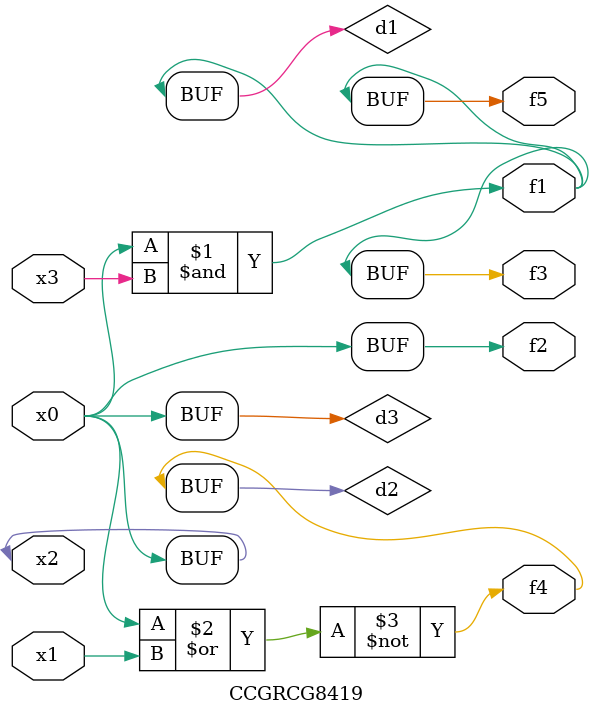
<source format=v>
module CCGRCG8419(
	input x0, x1, x2, x3,
	output f1, f2, f3, f4, f5
);

	wire d1, d2, d3;

	and (d1, x2, x3);
	nor (d2, x0, x1);
	buf (d3, x0, x2);
	assign f1 = d1;
	assign f2 = d3;
	assign f3 = d1;
	assign f4 = d2;
	assign f5 = d1;
endmodule

</source>
